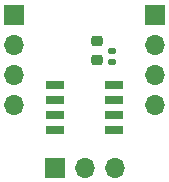
<source format=gbr>
%TF.GenerationSoftware,KiCad,Pcbnew,7.0.8*%
%TF.CreationDate,2024-09-29T17:39:07-05:00*%
%TF.ProjectId,CapacitiveLedFadeTiny,43617061-6369-4746-9976-654c65644661,rev?*%
%TF.SameCoordinates,Original*%
%TF.FileFunction,Soldermask,Top*%
%TF.FilePolarity,Negative*%
%FSLAX46Y46*%
G04 Gerber Fmt 4.6, Leading zero omitted, Abs format (unit mm)*
G04 Created by KiCad (PCBNEW 7.0.8) date 2024-09-29 17:39:07*
%MOMM*%
%LPD*%
G01*
G04 APERTURE LIST*
G04 Aperture macros list*
%AMRoundRect*
0 Rectangle with rounded corners*
0 $1 Rounding radius*
0 $2 $3 $4 $5 $6 $7 $8 $9 X,Y pos of 4 corners*
0 Add a 4 corners polygon primitive as box body*
4,1,4,$2,$3,$4,$5,$6,$7,$8,$9,$2,$3,0*
0 Add four circle primitives for the rounded corners*
1,1,$1+$1,$2,$3*
1,1,$1+$1,$4,$5*
1,1,$1+$1,$6,$7*
1,1,$1+$1,$8,$9*
0 Add four rect primitives between the rounded corners*
20,1,$1+$1,$2,$3,$4,$5,0*
20,1,$1+$1,$4,$5,$6,$7,0*
20,1,$1+$1,$6,$7,$8,$9,0*
20,1,$1+$1,$8,$9,$2,$3,0*%
G04 Aperture macros list end*
%ADD10R,1.600000X0.700000*%
%ADD11R,1.700000X1.700000*%
%ADD12O,1.700000X1.700000*%
%ADD13RoundRect,0.225000X0.250000X-0.225000X0.250000X0.225000X-0.250000X0.225000X-0.250000X-0.225000X0*%
%ADD14RoundRect,0.140000X0.170000X-0.140000X0.170000X0.140000X-0.170000X0.140000X-0.170000X-0.140000X0*%
G04 APERTURE END LIST*
D10*
%TO.C,U1*%
X126821000Y-99695000D03*
X126821000Y-98425000D03*
X126821000Y-100965000D03*
X126821000Y-97155000D03*
X131751000Y-100965000D03*
X131751000Y-99695000D03*
X131751000Y-98425000D03*
X131751000Y-97155000D03*
%TD*%
D11*
%TO.C,+*%
X126746000Y-104140000D03*
D12*
X129286000Y-104140000D03*
X131826000Y-104140000D03*
%TD*%
D11*
%TO.C,+*%
X135255000Y-91186000D03*
D12*
X135255000Y-93726000D03*
X135255000Y-96266000D03*
X135255000Y-98806000D03*
%TD*%
D11*
%TO.C,+*%
X123317000Y-91186000D03*
D12*
X123317000Y-93726000D03*
X123317000Y-96266000D03*
X123317000Y-98806000D03*
%TD*%
D13*
%TO.C,C2*%
X130302000Y-93459000D03*
X130302000Y-95009000D03*
%TD*%
D14*
%TO.C,C1*%
X131572000Y-94262000D03*
X131572000Y-95222000D03*
%TD*%
M02*

</source>
